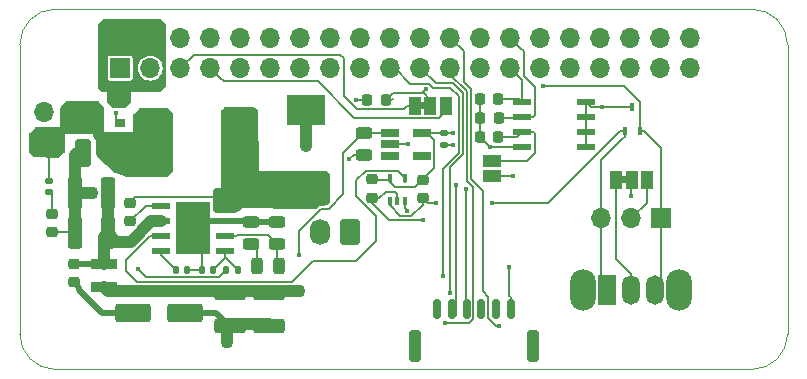
<source format=gbr>
G04 #@! TF.GenerationSoftware,KiCad,Pcbnew,6.0.2-378541a8eb~116~ubuntu20.04.1*
G04 #@! TF.CreationDate,2022-02-27T20:25:45+11:00*
G04 #@! TF.ProjectId,PiConnectLite,5069436f-6e6e-4656-9374-4c6974652e6b,rev?*
G04 #@! TF.SameCoordinates,Original*
G04 #@! TF.FileFunction,Copper,L1,Top*
G04 #@! TF.FilePolarity,Positive*
%FSLAX46Y46*%
G04 Gerber Fmt 4.6, Leading zero omitted, Abs format (unit mm)*
G04 Created by KiCad (PCBNEW 6.0.2-378541a8eb~116~ubuntu20.04.1) date 2022-02-27 20:25:45*
%MOMM*%
%LPD*%
G01*
G04 APERTURE LIST*
G04 Aperture macros list*
%AMRoundRect*
0 Rectangle with rounded corners*
0 $1 Rounding radius*
0 $2 $3 $4 $5 $6 $7 $8 $9 X,Y pos of 4 corners*
0 Add a 4 corners polygon primitive as box body*
4,1,4,$2,$3,$4,$5,$6,$7,$8,$9,$2,$3,0*
0 Add four circle primitives for the rounded corners*
1,1,$1+$1,$2,$3*
1,1,$1+$1,$4,$5*
1,1,$1+$1,$6,$7*
1,1,$1+$1,$8,$9*
0 Add four rect primitives between the rounded corners*
20,1,$1+$1,$2,$3,$4,$5,0*
20,1,$1+$1,$4,$5,$6,$7,0*
20,1,$1+$1,$6,$7,$8,$9,0*
20,1,$1+$1,$8,$9,$2,$3,0*%
G04 Aperture macros list end*
G04 #@! TA.AperFunction,Profile*
%ADD10C,0.100000*%
G04 #@! TD*
G04 #@! TA.AperFunction,SMDPad,CuDef*
%ADD11R,0.900000X0.800000*%
G04 #@! TD*
G04 #@! TA.AperFunction,SMDPad,CuDef*
%ADD12R,0.400000X0.650000*%
G04 #@! TD*
G04 #@! TA.AperFunction,SMDPad,CuDef*
%ADD13RoundRect,0.243750X-0.456250X0.243750X-0.456250X-0.243750X0.456250X-0.243750X0.456250X0.243750X0*%
G04 #@! TD*
G04 #@! TA.AperFunction,SMDPad,CuDef*
%ADD14RoundRect,0.147500X-0.172500X0.147500X-0.172500X-0.147500X0.172500X-0.147500X0.172500X0.147500X0*%
G04 #@! TD*
G04 #@! TA.AperFunction,SMDPad,CuDef*
%ADD15RoundRect,0.218750X0.218750X0.256250X-0.218750X0.256250X-0.218750X-0.256250X0.218750X-0.256250X0*%
G04 #@! TD*
G04 #@! TA.AperFunction,SMDPad,CuDef*
%ADD16RoundRect,0.218750X0.256250X-0.218750X0.256250X0.218750X-0.256250X0.218750X-0.256250X-0.218750X0*%
G04 #@! TD*
G04 #@! TA.AperFunction,SMDPad,CuDef*
%ADD17R,1.560000X0.650000*%
G04 #@! TD*
G04 #@! TA.AperFunction,SMDPad,CuDef*
%ADD18R,1.500000X1.000000*%
G04 #@! TD*
G04 #@! TA.AperFunction,SMDPad,CuDef*
%ADD19RoundRect,0.218750X-0.218750X-0.256250X0.218750X-0.256250X0.218750X0.256250X-0.218750X0.256250X0*%
G04 #@! TD*
G04 #@! TA.AperFunction,SMDPad,CuDef*
%ADD20R,1.550000X0.600000*%
G04 #@! TD*
G04 #@! TA.AperFunction,SMDPad,CuDef*
%ADD21RoundRect,0.150000X-0.150000X-0.700000X0.150000X-0.700000X0.150000X0.700000X-0.150000X0.700000X0*%
G04 #@! TD*
G04 #@! TA.AperFunction,SMDPad,CuDef*
%ADD22RoundRect,0.250000X-0.250000X-1.100000X0.250000X-1.100000X0.250000X1.100000X-0.250000X1.100000X0*%
G04 #@! TD*
G04 #@! TA.AperFunction,ComponentPad*
%ADD23RoundRect,0.250000X-0.600000X0.850000X-0.600000X-0.850000X0.600000X-0.850000X0.600000X0.850000X0*%
G04 #@! TD*
G04 #@! TA.AperFunction,ComponentPad*
%ADD24O,1.700000X2.200000*%
G04 #@! TD*
G04 #@! TA.AperFunction,SMDPad,CuDef*
%ADD25RoundRect,0.147500X0.172500X-0.147500X0.172500X0.147500X-0.172500X0.147500X-0.172500X-0.147500X0*%
G04 #@! TD*
G04 #@! TA.AperFunction,SMDPad,CuDef*
%ADD26RoundRect,0.250000X0.375000X1.075000X-0.375000X1.075000X-0.375000X-1.075000X0.375000X-1.075000X0*%
G04 #@! TD*
G04 #@! TA.AperFunction,SMDPad,CuDef*
%ADD27RoundRect,0.243750X0.456250X-0.243750X0.456250X0.243750X-0.456250X0.243750X-0.456250X-0.243750X0*%
G04 #@! TD*
G04 #@! TA.AperFunction,SMDPad,CuDef*
%ADD28RoundRect,0.249999X0.412501X0.925001X-0.412501X0.925001X-0.412501X-0.925001X0.412501X-0.925001X0*%
G04 #@! TD*
G04 #@! TA.AperFunction,SMDPad,CuDef*
%ADD29R,2.413000X5.334000*%
G04 #@! TD*
G04 #@! TA.AperFunction,SMDPad,CuDef*
%ADD30RoundRect,0.147500X-0.147500X-0.172500X0.147500X-0.172500X0.147500X0.172500X-0.147500X0.172500X0*%
G04 #@! TD*
G04 #@! TA.AperFunction,SMDPad,CuDef*
%ADD31RoundRect,0.243750X-0.243750X-0.456250X0.243750X-0.456250X0.243750X0.456250X-0.243750X0.456250X0*%
G04 #@! TD*
G04 #@! TA.AperFunction,SMDPad,CuDef*
%ADD32RoundRect,0.147500X0.147500X0.172500X-0.147500X0.172500X-0.147500X-0.172500X0.147500X-0.172500X0*%
G04 #@! TD*
G04 #@! TA.AperFunction,ComponentPad*
%ADD33C,0.600000*%
G04 #@! TD*
G04 #@! TA.AperFunction,SMDPad,CuDef*
%ADD34R,2.600000X3.100000*%
G04 #@! TD*
G04 #@! TA.AperFunction,SMDPad,CuDef*
%ADD35R,2.950000X4.500000*%
G04 #@! TD*
G04 #@! TA.AperFunction,ComponentPad*
%ADD36O,2.200000X3.500000*%
G04 #@! TD*
G04 #@! TA.AperFunction,ComponentPad*
%ADD37R,1.500000X2.500000*%
G04 #@! TD*
G04 #@! TA.AperFunction,ComponentPad*
%ADD38O,1.500000X2.500000*%
G04 #@! TD*
G04 #@! TA.AperFunction,ComponentPad*
%ADD39R,1.700000X1.700000*%
G04 #@! TD*
G04 #@! TA.AperFunction,ComponentPad*
%ADD40O,1.700000X1.700000*%
G04 #@! TD*
G04 #@! TA.AperFunction,SMDPad,CuDef*
%ADD41R,1.000000X1.500000*%
G04 #@! TD*
G04 #@! TA.AperFunction,SMDPad,CuDef*
%ADD42RoundRect,0.250000X-1.075000X0.375000X-1.075000X-0.375000X1.075000X-0.375000X1.075000X0.375000X0*%
G04 #@! TD*
G04 #@! TA.AperFunction,SMDPad,CuDef*
%ADD43RoundRect,0.250000X-1.250000X-0.550000X1.250000X-0.550000X1.250000X0.550000X-1.250000X0.550000X0*%
G04 #@! TD*
G04 #@! TA.AperFunction,SMDPad,CuDef*
%ADD44R,2.300000X0.850000*%
G04 #@! TD*
G04 #@! TA.AperFunction,SMDPad,CuDef*
%ADD45RoundRect,0.218750X-0.256250X0.218750X-0.256250X-0.218750X0.256250X-0.218750X0.256250X0.218750X0*%
G04 #@! TD*
G04 #@! TA.AperFunction,SMDPad,CuDef*
%ADD46R,0.450000X0.700000*%
G04 #@! TD*
G04 #@! TA.AperFunction,SMDPad,CuDef*
%ADD47R,3.300000X2.500000*%
G04 #@! TD*
G04 #@! TA.AperFunction,ViaPad*
%ADD48C,0.400000*%
G04 #@! TD*
G04 #@! TA.AperFunction,ViaPad*
%ADD49C,0.900000*%
G04 #@! TD*
G04 #@! TA.AperFunction,ViaPad*
%ADD50C,1.100000*%
G04 #@! TD*
G04 #@! TA.AperFunction,Conductor*
%ADD51C,0.150000*%
G04 #@! TD*
G04 #@! TA.AperFunction,Conductor*
%ADD52C,1.000000*%
G04 #@! TD*
G04 #@! TA.AperFunction,Conductor*
%ADD53C,0.500000*%
G04 #@! TD*
G04 #@! TA.AperFunction,Conductor*
%ADD54C,0.200000*%
G04 #@! TD*
G04 APERTURE END LIST*
D10*
X117500000Y-91000000D02*
X140500000Y-91000000D01*
X143500000Y-63500000D02*
G75*
G03*
X140500000Y-60500000I-3000001J-1D01*
G01*
X143500000Y-68000000D02*
X143500000Y-66500000D01*
X143500000Y-74000000D02*
X143500000Y-68000000D01*
X143500000Y-66500000D02*
X143500000Y-63500000D01*
X140500000Y-91000001D02*
G75*
G03*
X143499995Y-88005236I-2J3000002D01*
G01*
X78500000Y-63500000D02*
X78500000Y-88000000D01*
X81500000Y-60500000D02*
G75*
G03*
X78500000Y-63500000I1J-3000001D01*
G01*
X143499995Y-88005236D02*
X143500000Y-74000000D01*
X140500000Y-60500000D02*
X81500000Y-60500000D01*
X78500000Y-88000000D02*
G75*
G03*
X81500000Y-91000000I3000001J1D01*
G01*
X81500000Y-91000000D02*
X117500000Y-91000000D01*
G36*
X129900000Y-75250000D02*
G01*
X129400000Y-75250000D01*
X129400000Y-74650000D01*
X129900000Y-74650000D01*
X129900000Y-75250000D01*
G37*
G36*
X112870000Y-68960000D02*
G01*
X112370000Y-68960000D01*
X112370000Y-68360000D01*
X112870000Y-68360000D01*
X112870000Y-68960000D01*
G37*
D11*
X86960000Y-70110000D03*
X86960000Y-68210000D03*
X84960000Y-69160000D03*
D12*
X109802300Y-76722960D03*
X110452300Y-76722960D03*
X111102300Y-76722960D03*
X111102300Y-74822960D03*
X109802300Y-74822960D03*
D13*
X107600000Y-70950000D03*
X107600000Y-72825000D03*
D14*
X114430000Y-71000000D03*
X114430000Y-71970000D03*
D15*
X119000000Y-68100000D03*
X117425000Y-68100000D03*
X119037500Y-69700000D03*
X117462500Y-69700000D03*
D16*
X108350000Y-76499500D03*
X108350000Y-74924500D03*
D17*
X109850000Y-71000000D03*
X109850000Y-71950000D03*
X109850000Y-72900000D03*
X112550000Y-72900000D03*
X112550000Y-71000000D03*
D18*
X118450000Y-73360000D03*
X118450000Y-74660000D03*
D19*
X117425000Y-71300000D03*
X119000000Y-71300000D03*
D20*
X126450000Y-72155000D03*
X126450000Y-70885000D03*
X126450000Y-69615000D03*
X126450000Y-68345000D03*
X121050000Y-68345000D03*
X121050000Y-69615000D03*
X121050000Y-70885000D03*
X121050000Y-72155000D03*
D21*
X113825000Y-85850000D03*
X115075000Y-85850000D03*
X116325000Y-85850000D03*
X117575000Y-85850000D03*
X118825000Y-85850000D03*
X120075000Y-85850000D03*
D22*
X121925000Y-89050000D03*
X111975000Y-89050000D03*
D23*
X106450000Y-79350000D03*
D24*
X103950000Y-79350000D03*
D16*
X81240000Y-79405000D03*
X81240000Y-77830000D03*
D25*
X81010000Y-76025000D03*
X81010000Y-75055000D03*
D26*
X85970000Y-76070000D03*
X83170000Y-76070000D03*
D27*
X100260000Y-80385000D03*
X100260000Y-78510000D03*
D16*
X87830000Y-78477500D03*
X87830000Y-76902500D03*
D27*
X98110000Y-80387500D03*
X98110000Y-78512500D03*
D28*
X86957500Y-72690000D03*
X83882500Y-72690000D03*
D29*
X89861000Y-71770000D03*
X97100000Y-71770000D03*
D30*
X91725000Y-82560000D03*
X92695000Y-82560000D03*
D31*
X98580000Y-82260000D03*
X100455000Y-82260000D03*
D32*
X96935000Y-82560000D03*
X95965000Y-82560000D03*
D30*
X93925000Y-82560000D03*
X94895000Y-82560000D03*
D20*
X90470000Y-77165000D03*
X90470000Y-78435000D03*
X90470000Y-79705000D03*
X90470000Y-80975000D03*
X95870000Y-80975000D03*
X95870000Y-79705000D03*
X95870000Y-78435000D03*
X95870000Y-77165000D03*
D33*
X92570000Y-77270000D03*
X93770000Y-77270000D03*
D34*
X93170000Y-79070000D03*
D33*
X92570000Y-78470000D03*
X93770000Y-78470000D03*
D35*
X93170000Y-79070000D03*
D33*
X92570000Y-80870000D03*
X93770000Y-79770000D03*
X92570000Y-79770000D03*
X93770000Y-80870000D03*
D26*
X85970000Y-79480000D03*
X83170000Y-79480000D03*
D16*
X112600000Y-76525000D03*
X112600000Y-74950000D03*
D36*
X126150000Y-84300000D03*
X134350000Y-84300000D03*
D37*
X128250000Y-84300000D03*
D38*
X130250000Y-84300000D03*
X132250000Y-84300000D03*
D39*
X132825000Y-78200000D03*
D40*
X130285000Y-78200000D03*
X127745000Y-78200000D03*
D41*
X129000000Y-74950000D03*
X130300000Y-74950000D03*
X131600000Y-74950000D03*
D42*
X99620000Y-84500000D03*
X99620000Y-87300000D03*
D43*
X88100000Y-86190000D03*
X92500000Y-86190000D03*
D44*
X85620000Y-82045000D03*
X85620000Y-83995000D03*
D45*
X83050000Y-82042500D03*
X83050000Y-83617500D03*
D42*
X96300000Y-84500000D03*
X96300000Y-87300000D03*
D46*
X129700000Y-70790000D03*
X131000000Y-70790000D03*
X130350000Y-68790000D03*
D15*
X109477500Y-68220000D03*
X107902500Y-68220000D03*
D47*
X102760000Y-75870000D03*
X102760000Y-69070000D03*
D39*
X80550000Y-71770000D03*
D40*
X80550000Y-69230000D03*
D41*
X111970000Y-68660000D03*
X113270000Y-68660000D03*
X114570000Y-68660000D03*
D39*
X87000000Y-65500000D03*
D40*
X87000000Y-62960000D03*
X89540000Y-65500000D03*
X89540000Y-62960000D03*
X92080000Y-65500000D03*
X92080000Y-62960000D03*
X94620000Y-65500000D03*
X94620000Y-62960000D03*
X97160000Y-65500000D03*
X97160000Y-62960000D03*
X99700000Y-65500000D03*
X99700000Y-62960000D03*
X102240000Y-65500000D03*
X102240000Y-62960000D03*
X104780000Y-65500000D03*
X104780000Y-62960000D03*
X107320000Y-65500000D03*
X107320000Y-62960000D03*
X109860000Y-65500000D03*
X109860000Y-62960000D03*
X112400000Y-65500000D03*
X112400000Y-62960000D03*
X114940000Y-65500000D03*
X114940000Y-62960000D03*
X117480000Y-65500000D03*
X117480000Y-62960000D03*
X120020000Y-65500000D03*
X120020000Y-62960000D03*
X122560000Y-65500000D03*
X122560000Y-62960000D03*
X125100000Y-65500000D03*
X125100000Y-62960000D03*
X127640000Y-65500000D03*
X127640000Y-62960000D03*
X130180000Y-65500000D03*
X130180000Y-62960000D03*
X132720000Y-65500000D03*
X132720000Y-62960000D03*
X135260000Y-65500000D03*
X135260000Y-62960000D03*
D48*
X119950000Y-82350000D03*
X106940000Y-68180000D03*
D49*
X102770000Y-72050000D03*
D48*
X106390000Y-73210000D03*
X115144960Y-71970000D03*
X111320000Y-77550000D03*
D50*
X84590000Y-76050000D03*
D48*
X127790000Y-68790000D03*
X120250000Y-74660000D03*
D50*
X96080000Y-88650000D03*
D48*
X111350000Y-71950000D03*
X130250000Y-76300000D03*
X84850000Y-68550000D03*
X88510000Y-82510000D03*
X118280000Y-72155000D03*
X115174960Y-71000000D03*
X112900000Y-67300000D03*
X122775000Y-67025000D03*
X116250000Y-75750000D03*
X115445000Y-75355000D03*
X112594989Y-78375011D03*
X86610000Y-69300000D03*
X102120000Y-81280000D03*
D50*
X102120000Y-84370000D03*
D48*
X118500000Y-76900000D03*
X113700000Y-76900000D03*
X114500000Y-87100000D03*
X119100000Y-87300000D03*
X114300000Y-83100000D03*
X114900000Y-84500000D03*
D51*
X127790000Y-68790000D02*
X126895000Y-68790000D01*
X130250000Y-76300000D02*
X130250000Y-75000000D01*
D52*
X84590000Y-76050000D02*
X83190000Y-76050000D01*
D53*
X92500000Y-86190000D02*
X95090000Y-86190000D01*
X95090000Y-86190000D02*
X96080000Y-87180000D01*
D51*
X126450000Y-69615000D02*
X126450000Y-70885000D01*
D53*
X98110000Y-78512500D02*
X100257500Y-78512500D01*
D51*
X111100000Y-76595920D02*
X111100000Y-77330000D01*
X114440000Y-71980000D02*
X114430000Y-71970000D01*
D52*
X102760000Y-69070000D02*
X102760000Y-71320000D01*
D51*
X107600000Y-72825000D02*
X106775000Y-72825000D01*
X126450000Y-68345000D02*
X126450000Y-69615000D01*
D53*
X93295000Y-78445000D02*
X93260000Y-78480000D01*
D54*
X98112500Y-78510000D02*
X98110000Y-78512500D01*
D53*
X93805000Y-78435000D02*
X93770000Y-78470000D01*
D51*
X81240000Y-79405000D02*
X83095000Y-79405000D01*
X120075000Y-84900000D02*
X119950000Y-84775000D01*
D52*
X96080000Y-87180000D02*
X99620000Y-87180000D01*
D51*
X107902500Y-68220000D02*
X106980000Y-68220000D01*
D52*
X83170000Y-79480000D02*
X83170000Y-76070000D01*
X102770000Y-71330000D02*
X102770000Y-72050000D01*
D54*
X114430000Y-71970000D02*
X115144960Y-71970000D01*
D51*
X119950000Y-84775000D02*
X119950000Y-82350000D01*
X83095000Y-79405000D02*
X83170000Y-79480000D01*
X120075000Y-85850000D02*
X120075000Y-84900000D01*
D52*
X83190000Y-76050000D02*
X83170000Y-76070000D01*
D53*
X98032500Y-78435000D02*
X98110000Y-78512500D01*
D51*
X126450000Y-70885000D02*
X126450000Y-72155000D01*
X93925000Y-79825000D02*
X93170000Y-79070000D01*
X92695000Y-82560000D02*
X93925000Y-82560000D01*
X106775000Y-72825000D02*
X106390000Y-73210000D01*
D52*
X83170000Y-72880000D02*
X83360000Y-72690000D01*
D54*
X95427500Y-78512500D02*
X95360000Y-78445000D01*
D53*
X95870000Y-78435000D02*
X98032500Y-78435000D01*
D51*
X111100000Y-77330000D02*
X111320000Y-77550000D01*
D53*
X95870000Y-78435000D02*
X93805000Y-78435000D01*
D51*
X109850000Y-71950000D02*
X111350000Y-71950000D01*
D52*
X102760000Y-71320000D02*
X102770000Y-71330000D01*
X83170000Y-76070000D02*
X83170000Y-72880000D01*
X96080000Y-87905000D02*
X96080000Y-88650000D01*
X96080000Y-87180000D02*
X96080000Y-87905000D01*
D53*
X100257500Y-78512500D02*
X100260000Y-78510000D01*
D52*
X93325000Y-79365000D02*
X93290000Y-79400000D01*
D51*
X126895000Y-68790000D02*
X126450000Y-68345000D01*
X106980000Y-68220000D02*
X106940000Y-68180000D01*
X93925000Y-82560000D02*
X93925000Y-79825000D01*
X130350000Y-68790000D02*
X127790000Y-68790000D01*
X118450000Y-74660000D02*
X120250000Y-74660000D01*
X121050000Y-68345000D02*
X121050000Y-66530000D01*
X120805000Y-68100000D02*
X121050000Y-68345000D01*
X119095000Y-68345000D02*
X119000000Y-68250000D01*
X119000000Y-68100000D02*
X120805000Y-68100000D01*
X121050000Y-66530000D02*
X120020000Y-65500000D01*
X120250000Y-65730000D02*
X120020000Y-65500000D01*
X121145001Y-64085001D02*
X120869999Y-63809999D01*
X121975000Y-69615000D02*
X122100001Y-69489999D01*
X119037500Y-69700000D02*
X120965000Y-69700000D01*
X122100001Y-69489999D02*
X122100001Y-67085013D01*
X120965000Y-69700000D02*
X121050000Y-69615000D01*
X120869999Y-63809999D02*
X120020000Y-62960000D01*
X122100001Y-67085013D02*
X121145001Y-66130013D01*
X121145001Y-66130013D02*
X121145001Y-64085001D01*
X121050000Y-69615000D02*
X121975000Y-69615000D01*
X95355000Y-83170000D02*
X91500000Y-83170000D01*
X81010000Y-72230000D02*
X80550000Y-71770000D01*
X89170000Y-83170000D02*
X88510000Y-82510000D01*
X91500000Y-83170000D02*
X89170000Y-83170000D01*
X81010000Y-75055000D02*
X81010000Y-72230000D01*
X95965000Y-82560000D02*
X95355000Y-83170000D01*
X118280000Y-72155000D02*
X117425000Y-71300000D01*
X110278991Y-75599651D02*
X111950349Y-75599651D01*
X117425000Y-71300000D02*
X117425000Y-69737500D01*
X113605001Y-71600001D02*
X113605001Y-73944999D01*
X120575000Y-72155000D02*
X121050000Y-72155000D01*
X117225000Y-68300000D02*
X117425000Y-68100000D01*
X113005000Y-71000000D02*
X113605001Y-71600001D01*
X121050000Y-72155000D02*
X118280000Y-72155000D01*
X111950349Y-75599651D02*
X112600000Y-74950000D01*
X113061612Y-74488388D02*
X112600000Y-74950000D01*
X117425000Y-71750000D02*
X117826716Y-71750000D01*
X117462500Y-71712500D02*
X117425000Y-71750000D01*
X109804600Y-74950000D02*
X109804600Y-74774740D01*
X108350000Y-74950000D02*
X109804600Y-74950000D01*
X117462500Y-68137500D02*
X117425000Y-68100000D01*
X117462500Y-69700000D02*
X117462500Y-68137500D01*
D54*
X112550000Y-71000000D02*
X114430000Y-71000000D01*
D51*
X112550000Y-71000000D02*
X113005000Y-71000000D01*
D54*
X114430000Y-71000000D02*
X115174960Y-71000000D01*
D51*
X113605001Y-73944999D02*
X113061612Y-74488388D01*
X117425000Y-69737500D02*
X117462500Y-69700000D01*
X112562500Y-71012500D02*
X112550000Y-71000000D01*
X109804600Y-75125260D02*
X110278991Y-75599651D01*
X109804600Y-74950000D02*
X109804600Y-75125260D01*
X117425000Y-69962500D02*
X117462500Y-70000000D01*
X109915000Y-68220000D02*
X110067500Y-68067500D01*
X112690001Y-67634999D02*
X113270000Y-68214998D01*
X112900000Y-68290000D02*
X113270000Y-68660000D01*
X132825000Y-83725000D02*
X132250000Y-84300000D01*
X113270000Y-68214998D02*
X113270000Y-68660000D01*
X131000000Y-70790000D02*
X131000000Y-68369998D01*
X127125000Y-67025000D02*
X122775000Y-67025000D01*
X129655002Y-67025000D02*
X127125000Y-67025000D01*
X132825000Y-78200000D02*
X132825000Y-72240000D01*
X131375000Y-70790000D02*
X131000000Y-70790000D01*
X132825000Y-78200000D02*
X132825000Y-83725000D01*
X110062501Y-67634999D02*
X112565001Y-67634999D01*
X132825000Y-72240000D02*
X131375000Y-70790000D01*
X131000000Y-68369998D02*
X129655002Y-67025000D01*
X112565001Y-67634999D02*
X112690001Y-67634999D01*
X112900000Y-67300000D02*
X112565001Y-67634999D01*
X113200000Y-68590000D02*
X113270000Y-68660000D01*
X109477500Y-68220000D02*
X109915000Y-68220000D01*
X132250000Y-84300000D02*
X132250000Y-84800000D01*
X109477500Y-68220000D02*
X110062501Y-67634999D01*
X116250000Y-75750000D02*
X116250000Y-85775000D01*
X116250000Y-85775000D02*
X116325000Y-85850000D01*
X115445000Y-86370000D02*
X115445000Y-76395000D01*
X115445000Y-76395000D02*
X115445000Y-75355000D01*
X115075000Y-85850000D02*
X115375000Y-85550000D01*
X110452300Y-76595920D02*
X110452300Y-76174578D01*
X108350000Y-76499500D02*
X108350000Y-76937000D01*
X108944500Y-76474000D02*
X108350000Y-76474000D01*
X110452300Y-76174578D02*
X110223991Y-75946269D01*
X108350000Y-76937000D02*
X109788011Y-78375011D01*
X109472231Y-75946269D02*
X108944500Y-76474000D01*
X110223991Y-75946269D02*
X109472231Y-75946269D01*
X109788011Y-78375011D02*
X112594989Y-78375011D01*
D54*
X99703763Y-79828763D02*
X100260000Y-80385000D01*
X99474990Y-79599990D02*
X99703763Y-79828763D01*
X100260000Y-82065000D02*
X100455000Y-82260000D01*
X96845000Y-79705000D02*
X96950010Y-79599990D01*
X100260000Y-80385000D02*
X100260000Y-82065000D01*
X95870000Y-79705000D02*
X96845000Y-79705000D01*
X96950010Y-79599990D02*
X99474990Y-79599990D01*
D51*
X121975000Y-70885000D02*
X122100001Y-71010001D01*
X122100001Y-72675001D02*
X121415002Y-73360000D01*
X120635000Y-71300000D02*
X121050000Y-70885000D01*
X121415002Y-73360000D02*
X119350000Y-73360000D01*
X121050000Y-70885000D02*
X121975000Y-70885000D01*
X121525000Y-70885000D02*
X121050000Y-70885000D01*
X122100001Y-71010001D02*
X122100001Y-72675001D01*
X119000000Y-71300000D02*
X120635000Y-71300000D01*
X119350000Y-73360000D02*
X118450000Y-73360000D01*
X86610000Y-69220000D02*
X86610000Y-69760000D01*
X86610000Y-69760000D02*
X86960000Y-70110000D01*
X91725000Y-82560000D02*
X90470000Y-81305000D01*
X90470000Y-81305000D02*
X90470000Y-80975000D01*
D54*
X102120000Y-81280000D02*
X102120000Y-79303641D01*
X105889999Y-72660001D02*
X107114473Y-71435527D01*
D52*
X99620000Y-84380000D02*
X96080000Y-84380000D01*
D54*
X104650001Y-77420001D02*
X105889999Y-76180003D01*
X104003640Y-77420001D02*
X104650001Y-77420001D01*
X102120000Y-79303641D02*
X104003640Y-77420001D01*
D52*
X86005000Y-84380000D02*
X85620000Y-83995000D01*
D54*
X105889999Y-76180003D02*
X105889999Y-72660001D01*
X107114473Y-71435527D02*
X107600000Y-70950000D01*
X107600000Y-70950000D02*
X109800000Y-70950000D01*
D52*
X102110000Y-84380000D02*
X102120000Y-84370000D01*
X96080000Y-84380000D02*
X86005000Y-84380000D01*
D51*
X107650000Y-71000000D02*
X107600000Y-70950000D01*
D54*
X109800000Y-70950000D02*
X109850000Y-71000000D01*
D52*
X99620000Y-84380000D02*
X102110000Y-84380000D01*
D51*
X88399990Y-83599990D02*
X100999990Y-83599990D01*
X108690000Y-80100000D02*
X108690000Y-78012784D01*
X107000000Y-75000000D02*
X107800000Y-74200000D01*
X108690000Y-78012784D02*
X107000000Y-76322784D01*
X89545000Y-79705000D02*
X87500000Y-81750000D01*
X111100000Y-74774740D02*
X110525260Y-74200000D01*
X101509179Y-83599990D02*
X103300000Y-81809169D01*
X90470000Y-79705000D02*
X89995000Y-79705000D01*
X107000000Y-76322784D02*
X107000000Y-75000000D01*
X87500000Y-81750000D02*
X87500000Y-82700000D01*
X87500000Y-82700000D02*
X88399990Y-83599990D01*
X111100000Y-74950000D02*
X111100000Y-75125260D01*
X106980831Y-81809169D02*
X108690000Y-80100000D01*
X110525260Y-74200000D02*
X107800000Y-74200000D01*
X100999990Y-83599990D02*
X101509179Y-83599990D01*
X89545000Y-79705000D02*
X90470000Y-79705000D01*
X111100000Y-74950000D02*
X111100000Y-74774740D01*
X103300000Y-81809169D02*
X106980831Y-81809169D01*
X100999990Y-83599990D02*
X101004990Y-83604990D01*
X81240000Y-77830000D02*
X81240000Y-76255000D01*
X81240000Y-76255000D02*
X81010000Y-76025000D01*
D54*
X95645888Y-76440888D02*
X95870000Y-76665000D01*
X88291612Y-76440888D02*
X95645888Y-76440888D01*
D51*
X102332909Y-75167091D02*
X102332909Y-74975001D01*
D54*
X95870000Y-76665000D02*
X95870000Y-77165000D01*
X87830000Y-76902500D02*
X88291612Y-76440888D01*
X89142500Y-77165000D02*
X87830000Y-78477500D01*
X90470000Y-77165000D02*
X89142500Y-77165000D01*
X98580000Y-80857500D02*
X98110000Y-80387500D01*
X98580000Y-82260000D02*
X98580000Y-80857500D01*
D51*
X95870000Y-80975000D02*
X95870000Y-81495000D01*
X95870000Y-81495000D02*
X96935000Y-82560000D01*
X95870000Y-81585000D02*
X94895000Y-82560000D01*
X95870000Y-80975000D02*
X95870000Y-81585000D01*
X130285000Y-78200000D02*
X131600000Y-76885000D01*
X131600000Y-76885000D02*
X131600000Y-74950000D01*
X130250000Y-82900000D02*
X129000000Y-81650000D01*
X130250000Y-84300000D02*
X130250000Y-82900000D01*
X129000000Y-81650000D02*
X129000000Y-75850000D01*
X129000000Y-75850000D02*
X129000000Y-74950000D01*
D52*
X90470000Y-78435000D02*
X89646826Y-78435000D01*
D53*
X85617500Y-82042500D02*
X85620000Y-82045000D01*
D52*
X87906116Y-80175710D02*
X86665710Y-80175710D01*
X89646826Y-78435000D02*
X87906116Y-80175710D01*
X85970000Y-79480000D02*
X85970000Y-76070000D01*
D53*
X83050000Y-82042500D02*
X85617500Y-82042500D01*
D52*
X85620000Y-79830000D02*
X85970000Y-79480000D01*
X86665710Y-80175710D02*
X85970000Y-79480000D01*
X85620000Y-82045000D02*
X85620000Y-79830000D01*
D53*
X85429998Y-86190000D02*
X83511612Y-84271614D01*
X83511612Y-84079112D02*
X83050000Y-83617500D01*
X88100000Y-86190000D02*
X85429998Y-86190000D01*
X83511612Y-84271614D02*
X83511612Y-84079112D01*
D51*
X109804600Y-76595920D02*
X109804600Y-77120570D01*
X124590001Y-75524999D02*
X124657500Y-75457500D01*
X127745000Y-78200000D02*
X127745000Y-83795000D01*
X125824999Y-74290001D02*
X125912500Y-74202500D01*
X129700000Y-71290000D02*
X129700000Y-70790000D01*
X129540000Y-71450000D02*
X129700000Y-71290000D01*
X123815000Y-76300000D02*
X124657500Y-75457500D01*
X124657500Y-75457500D02*
X125824999Y-74290001D01*
X129530000Y-71450000D02*
X129540000Y-71450000D01*
X112600000Y-77062500D02*
X112600000Y-76525000D01*
X127745000Y-83795000D02*
X128250000Y-84300000D01*
X125912500Y-74202500D02*
X129325000Y-70790000D01*
X118500000Y-76900000D02*
X123215000Y-76900000D01*
X127745000Y-73235000D02*
X129530000Y-71450000D01*
X113100000Y-76900000D02*
X113700000Y-76900000D01*
X110709031Y-78025001D02*
X111637499Y-78025001D01*
X129325000Y-70790000D02*
X129700000Y-70790000D01*
X112600000Y-76525000D02*
X112725000Y-76525000D01*
X127745000Y-78200000D02*
X127745000Y-73235000D01*
X109804600Y-77120570D02*
X110709031Y-78025001D01*
X112725000Y-76525000D02*
X113100000Y-76900000D01*
X125912500Y-74202500D02*
X129325000Y-70790000D01*
X111637499Y-78025001D02*
X112600000Y-77062500D01*
X124657500Y-75457500D02*
X125912500Y-74202500D01*
X123215000Y-76900000D02*
X123815000Y-76300000D01*
X111320000Y-68660000D02*
X111009990Y-68970010D01*
X105905001Y-64670001D02*
X105905001Y-67848003D01*
X111009990Y-68970010D02*
X107027008Y-68970010D01*
X111970000Y-68660000D02*
X111320000Y-68660000D01*
X105609999Y-64374999D02*
X105905001Y-64670001D01*
X107027008Y-68970010D02*
X105905001Y-67848003D01*
X92080000Y-65500000D02*
X93205001Y-64374999D01*
X93205001Y-64374999D02*
X105609999Y-64374999D01*
X95469999Y-66349999D02*
X94620000Y-65500000D01*
X103710003Y-66625001D02*
X95745001Y-66625001D01*
X95745001Y-66625001D02*
X95469999Y-66349999D01*
X114570000Y-68660000D02*
X114570000Y-69105002D01*
X113990001Y-69685001D02*
X106770003Y-69685001D01*
X114570000Y-69105002D02*
X113990001Y-69685001D01*
X106770003Y-69685001D02*
X103710003Y-66625001D01*
X116713029Y-86913029D02*
X116900000Y-86726058D01*
X116900000Y-86726058D02*
X116900000Y-78100000D01*
X116900000Y-75600020D02*
X116900000Y-78100000D01*
X116526058Y-87100000D02*
X116713029Y-86913029D01*
X116349990Y-75050010D02*
X116900000Y-75600020D01*
X114940000Y-65500000D02*
X114940000Y-66034988D01*
X116349990Y-67444978D02*
X116349990Y-75050010D01*
X114940000Y-66034988D02*
X116349990Y-67444978D01*
X116900000Y-78100000D02*
X116900000Y-77900000D01*
X114500000Y-87100000D02*
X116526058Y-87100000D01*
X117700000Y-75900000D02*
X117700000Y-84399980D01*
X118817158Y-87300000D02*
X118150010Y-86632852D01*
X117700000Y-84399980D02*
X118150010Y-84849990D01*
X119100000Y-87300000D02*
X118817158Y-87300000D01*
X114940000Y-62960000D02*
X116065001Y-64085001D01*
X116700000Y-67300000D02*
X116700000Y-74900000D01*
X116700000Y-74900000D02*
X117700000Y-75900000D01*
X118150010Y-86632852D02*
X118150010Y-84849990D01*
X116065001Y-64085001D02*
X116065001Y-66665001D01*
X116065001Y-66665001D02*
X116700000Y-67300000D01*
X114300000Y-83100000D02*
X114300000Y-73999940D01*
X114300000Y-73999940D02*
X115649970Y-72649970D01*
X110250002Y-65500000D02*
X109860000Y-65500000D01*
X113135003Y-66824999D02*
X111575001Y-66824999D01*
X111575001Y-66824999D02*
X110250002Y-65500000D01*
X113455002Y-67144998D02*
X113135003Y-66824999D01*
X115649970Y-72649970D02*
X115649970Y-67849970D01*
X115649970Y-67849970D02*
X114944998Y-67144998D01*
X114944998Y-67144998D02*
X113455002Y-67144998D01*
X114900000Y-78100000D02*
X114900000Y-84500000D01*
X114899980Y-78099980D02*
X114900000Y-78100000D01*
X115999980Y-67599980D02*
X115194988Y-66794988D01*
X113694988Y-66794988D02*
X112400000Y-65500000D01*
X115194988Y-66794988D02*
X113694988Y-66794988D01*
X114899980Y-73899980D02*
X114899980Y-78099980D01*
X115999980Y-72799980D02*
X115999980Y-67599980D01*
X114899980Y-73899980D02*
X115999980Y-72799980D01*
G04 #@! TA.AperFunction,Conductor*
G36*
X90415931Y-61320002D02*
G01*
X90436905Y-61336905D01*
X90863095Y-61763095D01*
X90897121Y-61825407D01*
X90900000Y-61852190D01*
X90900000Y-66947810D01*
X90879998Y-67015931D01*
X90863095Y-67036905D01*
X90436905Y-67463095D01*
X90374593Y-67497121D01*
X90347810Y-67500000D01*
X87900000Y-67500000D01*
X87900000Y-68347810D01*
X87879998Y-68415931D01*
X87863095Y-68436905D01*
X87436905Y-68863095D01*
X87374593Y-68897121D01*
X87347810Y-68900000D01*
X86771595Y-68900000D01*
X86741986Y-68895311D01*
X86741562Y-68895095D01*
X86731769Y-68893544D01*
X86731766Y-68893543D01*
X86619793Y-68875809D01*
X86610000Y-68874258D01*
X86478438Y-68895095D01*
X86478146Y-68893249D01*
X86419233Y-68894933D01*
X86362167Y-68862167D01*
X85936905Y-68436905D01*
X85902879Y-68374593D01*
X85900000Y-68347810D01*
X85900000Y-67500000D01*
X85500000Y-67500000D01*
X85136905Y-67136905D01*
X85102879Y-67074593D01*
X85100000Y-67047810D01*
X85100000Y-66369748D01*
X85949500Y-66369748D01*
X85950707Y-66375816D01*
X85954331Y-66394033D01*
X85961133Y-66428231D01*
X86005448Y-66494552D01*
X86071769Y-66538867D01*
X86083938Y-66541288D01*
X86083939Y-66541288D01*
X86124184Y-66549293D01*
X86130252Y-66550500D01*
X87869748Y-66550500D01*
X87875816Y-66549293D01*
X87916061Y-66541288D01*
X87916062Y-66541288D01*
X87928231Y-66538867D01*
X87994552Y-66494552D01*
X88038867Y-66428231D01*
X88045670Y-66394033D01*
X88049293Y-66375816D01*
X88050500Y-66369748D01*
X88050500Y-65485262D01*
X88484520Y-65485262D01*
X88501759Y-65690553D01*
X88558544Y-65888586D01*
X88561359Y-65894063D01*
X88561360Y-65894066D01*
X88582247Y-65934707D01*
X88652712Y-66071818D01*
X88780677Y-66233270D01*
X88937564Y-66366791D01*
X89117398Y-66467297D01*
X89201280Y-66494552D01*
X89307471Y-66529056D01*
X89307475Y-66529057D01*
X89313329Y-66530959D01*
X89517894Y-66555351D01*
X89524029Y-66554879D01*
X89524031Y-66554879D01*
X89596625Y-66549293D01*
X89723300Y-66539546D01*
X89729230Y-66537890D01*
X89729232Y-66537890D01*
X89915797Y-66485800D01*
X89915796Y-66485800D01*
X89921725Y-66484145D01*
X89927214Y-66481372D01*
X89927220Y-66481370D01*
X90100116Y-66394033D01*
X90105610Y-66391258D01*
X90267951Y-66264424D01*
X90402564Y-66108472D01*
X90423387Y-66071818D01*
X90501276Y-65934707D01*
X90504323Y-65929344D01*
X90569351Y-65733863D01*
X90595171Y-65529474D01*
X90595583Y-65500000D01*
X90575480Y-65294970D01*
X90515935Y-65097749D01*
X90419218Y-64915849D01*
X90345859Y-64825902D01*
X90292906Y-64760975D01*
X90292903Y-64760972D01*
X90289011Y-64756200D01*
X90271786Y-64741950D01*
X90135025Y-64628811D01*
X90135021Y-64628809D01*
X90130275Y-64624882D01*
X89949055Y-64526897D01*
X89752254Y-64465977D01*
X89746129Y-64465333D01*
X89746128Y-64465333D01*
X89553498Y-64445087D01*
X89553496Y-64445087D01*
X89547369Y-64444443D01*
X89460529Y-64452346D01*
X89348342Y-64462555D01*
X89348339Y-64462556D01*
X89342203Y-64463114D01*
X89144572Y-64521280D01*
X88962002Y-64616726D01*
X88957201Y-64620586D01*
X88957198Y-64620588D01*
X88806254Y-64741950D01*
X88801447Y-64745815D01*
X88669024Y-64903630D01*
X88666056Y-64909028D01*
X88666053Y-64909033D01*
X88659315Y-64921290D01*
X88569776Y-65084162D01*
X88507484Y-65280532D01*
X88506798Y-65286649D01*
X88506797Y-65286653D01*
X88485207Y-65479137D01*
X88484520Y-65485262D01*
X88050500Y-65485262D01*
X88050500Y-64630252D01*
X88038867Y-64571769D01*
X87994552Y-64505448D01*
X87928231Y-64461133D01*
X87916062Y-64458712D01*
X87916061Y-64458712D01*
X87875816Y-64450707D01*
X87869748Y-64449500D01*
X86130252Y-64449500D01*
X86124184Y-64450707D01*
X86083939Y-64458712D01*
X86083938Y-64458712D01*
X86071769Y-64461133D01*
X86005448Y-64505448D01*
X85961133Y-64571769D01*
X85949500Y-64630252D01*
X85949500Y-66369748D01*
X85100000Y-66369748D01*
X85100000Y-61852190D01*
X85120002Y-61784069D01*
X85136905Y-61763095D01*
X85563095Y-61336905D01*
X85625407Y-61302879D01*
X85652190Y-61300000D01*
X90347810Y-61300000D01*
X90415931Y-61320002D01*
G37*
G04 #@! TD.AperFunction*
G04 #@! TA.AperFunction,Conductor*
G36*
X85107911Y-68288516D02*
G01*
X85175977Y-68308702D01*
X85196787Y-68325540D01*
X85623215Y-68753116D01*
X85657156Y-68815474D01*
X85660000Y-68842092D01*
X85660000Y-70920000D01*
X86159983Y-70915902D01*
X86497963Y-70913132D01*
X86818557Y-70910504D01*
X86819590Y-70910500D01*
X87427726Y-70910499D01*
X87441518Y-70910499D01*
X87446409Y-70909724D01*
X87446414Y-70909724D01*
X87466208Y-70906589D01*
X87484883Y-70905042D01*
X87581903Y-70904247D01*
X87581904Y-70904247D01*
X88100000Y-70900000D01*
X88100000Y-69451541D01*
X88120002Y-69383420D01*
X88136122Y-69363235D01*
X88563800Y-68927943D01*
X88625810Y-68893370D01*
X88651455Y-68890269D01*
X89832808Y-68869421D01*
X90947244Y-68849754D01*
X91015706Y-68868551D01*
X91037768Y-68885853D01*
X91080608Y-68927943D01*
X91462306Y-69302965D01*
X91496879Y-69364975D01*
X91500000Y-69392843D01*
X91500000Y-74127729D01*
X91479998Y-74195850D01*
X91462998Y-74216921D01*
X91037003Y-74641989D01*
X90974654Y-74675947D01*
X90947730Y-74678797D01*
X87432656Y-74671138D01*
X87388775Y-74663147D01*
X86553322Y-74350542D01*
X86514973Y-74327764D01*
X85138477Y-73135224D01*
X85106521Y-73092667D01*
X84957039Y-72767842D01*
X84945500Y-72715168D01*
X84945499Y-71701779D01*
X84945499Y-71699306D01*
X84942598Y-71662430D01*
X84896744Y-71504601D01*
X84880020Y-71476323D01*
X84817119Y-71369962D01*
X84817117Y-71369959D01*
X84813081Y-71363135D01*
X84731380Y-71281434D01*
X84730000Y-71040000D01*
X84230017Y-71044132D01*
X83662559Y-71048822D01*
X82828097Y-71055718D01*
X82828096Y-71055718D01*
X82310000Y-71060000D01*
X82312439Y-71559994D01*
X82312491Y-71570677D01*
X82313131Y-71701779D01*
X82317046Y-72504309D01*
X82317301Y-72556669D01*
X82297631Y-72624887D01*
X82279448Y-72647317D01*
X81858287Y-73059619D01*
X81795617Y-73092980D01*
X81766851Y-73095539D01*
X79811478Y-73044417D01*
X79743903Y-73022641D01*
X79723997Y-73005845D01*
X79378859Y-72647321D01*
X79301784Y-72567256D01*
X79268950Y-72504309D01*
X79266567Y-72478372D01*
X79283432Y-71061714D01*
X79304243Y-70993836D01*
X79320859Y-70973590D01*
X79753188Y-70546376D01*
X79815702Y-70512722D01*
X79841752Y-70510000D01*
X81900000Y-70510000D01*
X81930107Y-68831540D01*
X81951328Y-68763789D01*
X81967915Y-68743791D01*
X82403115Y-68317474D01*
X82465775Y-68284093D01*
X82491626Y-68281483D01*
X85107911Y-68288516D01*
G37*
G04 #@! TD.AperFunction*
G04 #@! TA.AperFunction,Conductor*
G36*
X97708845Y-68806929D02*
G01*
X98368340Y-68809036D01*
X98436396Y-68829255D01*
X98456677Y-68845586D01*
X98636112Y-69023599D01*
X98670385Y-69085775D01*
X98673364Y-69111643D01*
X98730000Y-74190000D01*
X100969976Y-74186273D01*
X104437862Y-74180503D01*
X104506016Y-74200392D01*
X104526955Y-74217196D01*
X104703819Y-74393220D01*
X104737992Y-74455451D01*
X104740935Y-74482137D01*
X104748248Y-76844203D01*
X104728458Y-76912383D01*
X104711345Y-76933686D01*
X104562435Y-77082596D01*
X104500123Y-77116622D01*
X104473340Y-77119501D01*
X104056006Y-77119501D01*
X104053333Y-77119305D01*
X104048298Y-77117576D01*
X104036676Y-77118012D01*
X104036674Y-77118012D01*
X103999384Y-77119412D01*
X103994658Y-77119501D01*
X103975692Y-77119501D01*
X103970957Y-77120382D01*
X103967430Y-77120611D01*
X103962894Y-77120781D01*
X103936431Y-77121775D01*
X103925744Y-77126367D01*
X103921132Y-77127406D01*
X103909440Y-77130958D01*
X103905023Y-77132662D01*
X103893587Y-77134792D01*
X103872601Y-77147728D01*
X103856229Y-77156232D01*
X103841752Y-77162452D01*
X103841748Y-77162454D01*
X103833577Y-77165965D01*
X103828691Y-77169979D01*
X103826506Y-77172164D01*
X103824243Y-77174216D01*
X103824098Y-77174056D01*
X103815091Y-77181176D01*
X103808196Y-77187428D01*
X103798292Y-77193533D01*
X103781724Y-77215321D01*
X103770530Y-77228140D01*
X103633755Y-77364915D01*
X103571443Y-77398941D01*
X103543806Y-77401817D01*
X102271218Y-77393183D01*
X97641407Y-77361773D01*
X97641405Y-77361773D01*
X97629994Y-77361696D01*
X97380000Y-77360000D01*
X97182739Y-77531531D01*
X97182736Y-77531533D01*
X97125963Y-77580900D01*
X97087139Y-77603941D01*
X96691516Y-77750817D01*
X96647060Y-77758694D01*
X95676608Y-77754051D01*
X95132010Y-77751445D01*
X95063986Y-77731117D01*
X95043305Y-77714328D01*
X94882192Y-77552442D01*
X94848316Y-77490048D01*
X94845500Y-77463560D01*
X94845500Y-76800252D01*
X94833867Y-76741769D01*
X94835518Y-76741441D01*
X94830000Y-76713697D01*
X94830000Y-75912190D01*
X94850002Y-75844069D01*
X94866905Y-75823095D01*
X95043095Y-75646905D01*
X95105407Y-75612879D01*
X95132190Y-75610000D01*
X95540000Y-75610000D01*
X95540000Y-69102309D01*
X95560002Y-69034188D01*
X95577047Y-69013071D01*
X95752953Y-68837727D01*
X95815320Y-68803802D01*
X95842308Y-68800966D01*
X97708845Y-68806929D01*
G37*
G04 #@! TD.AperFunction*
M02*

</source>
